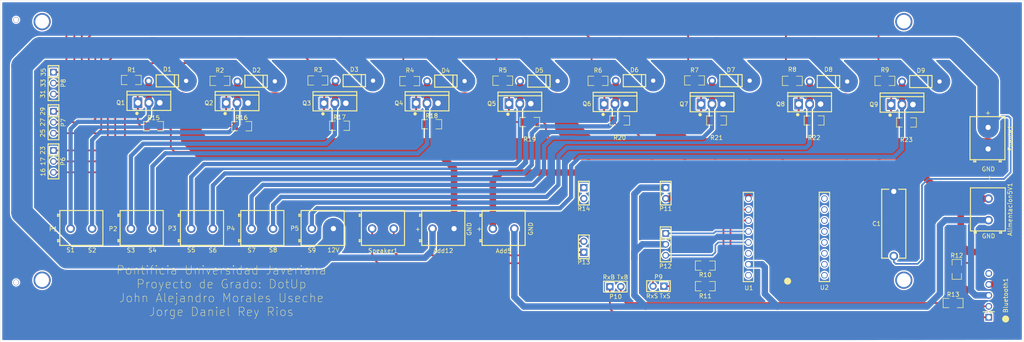
<source format=kicad_pcb>
(kicad_pcb (version 20241229) (generator "pcbnew") (generator_version "9.0")
  (layers (0 "F.Cu" signal) (2 "B.Cu" signal) (13 "F.Paste" user) (15 "B.Paste" user) (5 "F.SilkS" user "F.Silkscreen") (7 "B.SilkS" user "B.Silkscreen") (1 "F.Mask" user) (3 "B.Mask" user) (25 "Edge.Cuts" user))
  (net 0 "")
  (net 1 "GND")
  (net 2 "Net-(Bluetooth1-Vcc)")
  (net 3 "+12V")
  (net 4 "Net-(Bluetooth1-Tx)")
  (net 5 "Net-(Bluetooth1-Rx)")
  (net 7 "Net-(Q1-D)")
  (net 8 "Net-(Bluetooth1-GND)")
  (net 9 "Net-(U1-Tx)")
  (net 10 "Net-(Q1-G)")
  (net 11 "Net-(Q2-G)")
  (net 12 "Net-(Q3-G)")
  (net 13 "Net-(Q4-G)")
  (net 14 "Net-(Q5-G)")
  (net 15 "Net-(Q6-G)")
  (net 16 "Net-(Q7-G)")
  (net 17 "Net-(Q8-G)")
  (net 18 "Net-(Q9-G)")
  (net 19 "Net-(U1-Rx)")
  (net 20 "Net-(P9-Pad1)")
  (net 21 "Net-(P6-Pad2)")
  (net 22 "Net-(P6-Pad1)")
  (net 23 "Net-(P6-Pad3)")
  (net 24 "Net-(P7-Pad1)")
  (net 25 "Net-(P7-Pad2)")
  (net 26 "Net-(P7-Pad3)")
  (net 27 "Net-(P8-Pad2)")
  (net 28 "Net-(P8-Pad1)")
  (net 29 "Net-(P8-Pad3)")
  (net 30 "Net-(P9-Pad2)")
  (net 31 "Net-(P10-Pad2)")
  (net 32 "Net-(D2-A)")
  (net 33 "Net-(D3-A)")
  (net 34 "Net-(D4-A)")
  (net 35 "Net-(D5-A)")
  (net 36 "Net-(D6-A)")
  (net 37 "Net-(D7-A)")
  (net 38 "Net-(D8-A)")
  (net 39 "Net-(D9-A)")
  (net 40 "Net-(P12-L)")
  (net 41 "Net-(P12-R)")
  (net 46 "Net-(P13-+)")
  (net 47 "Net-(P13--)")
  (footprint "easyeda2kicad:TO-220-3_L10.0-W4.5-P2.54-T" (layer "F.Cu") (at 61.9544 54.61 90)
    (property "Reference" "Q1")
    (property "Value" "IRLZ44NPBF" (hide yes))
  )
  (footprint "easyeda2kicad:TO-220-3_L10.0-W4.5-P2.54-T" (layer "F.Cu") (at 236.7572 55.0164 90)
    (property "Reference" "Q9")
    (property "Value" "IRLZ44NPBF" (hide yes))
  )
  (footprint "easyeda2kicad:TO-220-3_L10.0-W4.5-P2.54-T" (layer "F.Cu") (at 148.0604 54.8132 90)
    (property "Reference" "Q5")
    (property "Value" "IRLZ44NPBF" (hide yes))
  )
  (footprint "easyeda2kicad:CONN-TH_2P-P5.00_CPC3703CTR" (layer "F.Cu") (at 256.747 62.8288 90)
    (property "Reference" "Fuente1")
    (property "Value" "WJ127-5.0-2P" (hide yes))
  )
  (footprint "easyeda2kicad:HDR-TH_2P-P2.54-V-F" (layer "F.Cu") (at 180.2384 97.1804 180)
    (property "Reference" "P9")
    (property "Value" "Header-Female-2.54_1x2" (hide yes))
  )
  (footprint "easyeda2kicad:CONN-TH_2P-P5.00_CPC3703CTR" (layer "F.Cu") (at 88.2896 83.8202)
    (property "Reference" "P4")
    (property "Value" "WJ127-5.0-2P" (hide yes))
  )
  (footprint "easyeda2kicad:R1206" (layer "F.Cu") (at 171.24 58.7248 180)
    (property "Reference" "R20")
    (property "Value" "10k")
  )
  (footprint "easyeda2kicad:HDR-TH_3P-P2.54-V-F" (layer "F.Cu") (at 39.8176 59.1304 -90)
    (property "Reference" "P7")
    (property "Value" "Header-Female-2.54_1x3" (hide yes))
  )
  (footprint "easyeda2kicad:CONN-TH_2P-P5.00_CPC3703CTR" (layer "F.Cu") (at 74.2892 83.8198)
    (property "Reference" "P3")
    (property "Value" "WJ127-5.0-2P" (hide yes))
  )
  (footprint "easyeda2kicad:R1206" (layer "F.Cu") (at 78.4576 49.53)
    (property "Reference" "R2")
    (property "Value" "1206W4F2200T5E" (hide yes))
  )
  (footprint "easyeda2kicad:HDR-TH_2P-P2.54-V-F" (layer "F.Cu") (at 170.2308 97.282)
    (property "Reference" "P10")
    (property "Value" "Header-Female-2.54_1x2" (hide yes))
  )
  (footprint "easyeda2kicad:CONN-TH_HC-PM254-1X08-8.5HZ" (layer "F.Cu") (at 201.1172 85.7504 -90)
    (property "Reference" "U1")
    (property "Value" "HC-PM254-5.0H-1X8PZ" (hide yes))
  )
  (footprint "easyeda2kicad:R1206" (layer "F.Cu") (at 127.6164 59.5884 180)
    (property "Reference" "R18")
    (property "Value" "10k" (hide yes))
  )
  (footprint "easyeda2kicad:DO-41_BD2.4-L4.7-P8.70-D0.9-RD" (layer "F.Cu") (at 197.0504 49.4792 180)
    (property "Reference" "D7")
    (property "Value" "1N4001_C2456" (hide yes))
  )
  (footprint "easyeda2kicad:CONN-TH_2P-P5.00_CPC3703CTR" (layer "F.Cu") (at 256.8448 79.3604 90)
    (property "Reference" "Alimentacion5V1")
    (property "Value" "WJ127-5.0-2P" (hide yes))
  )
  (footprint "easyeda2kicad:CONN-TH_2P-P5.00_CPC3703CTR" (layer "F.Cu") (at 46.2892 83.8198)
    (property "Reference" "P1")
    (property "Value" "WJ127-5.0-2P" (hide yes))
  )
  (footprint "easyeda2kicad:CAP-TH_L16.0-W5.5-P15.00-D1.2" (layer "F.Cu") (at 234.8484 82.684 90)
    (property "Reference" "C1")
    (property "Value" "1000 uF" (hide yes))
  )
  (footprint "easyeda2kicad:R1206" (layer "F.Cu") (at 211.2996 49.53)
    (property "Reference" "R8")
    (property "Value" "1206W4F2200T5E" (hide yes))
  )
  (footprint "easyeda2kicad:CONN-TH_2P-P5.00_CPC3703CTR" (layer "F.Cu") (at 60.2888 83.82)
    (property "Reference" "P2")
    (property "Value" "WJ127-5.0-2P" (hide yes))
  )
  (footprint "easyeda2kicad:TO-220-3_L10.0-W4.5-P2.54-T" (layer "F.Cu") (at 192.6628 54.9148 90)
    (property "Reference" "Q7")
    (property "Value" "IRLZ44NPBF" (hide yes))
  )
  (footprint "easyeda2kicad:CONN-TH_2P-P5.00_CPC3703CTR" (layer "F.Cu") (at 144.2906 83.8196)
    (property "Reference" "Add5")
    (property "Value" "WJ127-5.0-2P" (hide yes))
  )
  (footprint "easyeda2kicad:R1206" (layer "F.Cu") (at 106.216 59.944 180)
    (property "Reference" "R17")
    (property "Value" "10k")
  )
  (footprint "easyeda2kicad:R1206" (layer "F.Cu") (at 101.1788 49.4284)
    (property "Reference" "R3")
    (property "Value" "1206W4F2200T5E" (hide yes))
  )
  (footprint "easyeda2kicad:R1206" (layer "F.Cu") (at 191.1028 92.4052)
    (property "Reference" "R10")
    (property "Value" "1206W4J0102T5E" (hide yes))
  )
  (footprint "easyeda2kicad:R1206" (layer "F.Cu") (at 150.3612 59.0804 180)
    (property "Reference" "R19")
    (property "Value" "10k")
  )
  (footprint "easyeda2kicad:CONN-TH_HC-PM254-1X08-8.5HZ" (layer "F.Cu") (at 218.7574 85.7502 90)
    (property "Reference" "U2")
    (property "Value" "HC-PM254-5.0H-1X8PZ" (hide yes))
  )
  (footprint "easyeda2kicad:R1206" (layer "F.Cu") (at 232.788 49.53)
    (property "Reference" "R9")
    (property "Value" "1206W4F2200T5E" (hide yes))
  )
  (footprint "easyeda2kicad:HDR-TH_2P-P2.54-V-F" (layer "F.Cu") (at 162.916 75.5766 -90)
    (property "Reference" "R14")
    (property "Value" "Header-Female-2.54_1x2" (hide yes))
  )
  (footprint "easyeda2kicad:R1206" (layer "F.Cu") (at 237.788 59.182 180)
    (property "Reference" "R23")
    (property "Value" "10k")
  )
  (footprint "easyeda2kicad:DO-41_BD2.4-L4.7-P8.70-D0.9-RD" (layer "F.Cu") (at 241.126 49.6824 180)
    (property "Reference" "D9")
    (property "Value" "1N4001_C2456" (hide yes))
  )
  (footprint "easyeda2kicad:HDR-TH_3P-P2.54-V-F" (layer "F.Cu") (at 181.9154 87.467 -90)
    (property "Reference" "P12")
    (property "Value" "Header-Female-2.54_1x3" (hide yes))
  )
  (footprint "easyeda2kicad:HDR-TH_2P-P2.54-V-F" (layer "F.Cu") (at 162.9156 88.0364 90)
    (property "Reference" "P13")
    (property "Value" "Header-Female-2.54_1x2" (hide yes))
  )
  (footprint "easyeda2kicad:HDR-TH_3P-P2.54-V-F" (layer "F.Cu") (at 39.8174 68.2106 -90)
    (property "Reference" "P6")
    (property "Value" "Header-Female-2.54_1x3" (hide yes))
  )
  (footprint "easyeda2kicad:DO-41_BD2.4-L4.7-P8.70-D0.9-RD" (layer "F.Cu") (at 130.89 49.5808 180)
    (property "Reference" "D4")
    (property "Value" "1N4001_C2456" (hide yes))
  )
  (footprint "easyeda2kicad:CONN-TH_2P-P5.00_CPC3703CTR" (layer "F.Cu") (at 130.2904 83.8192)
    (property "Reference" "Add12")
    (property "Value" "WJ127-5.0-2P" (hide yes))
  )
  (footprint "easyeda2kicad:R1206" (layer "F.Cu") (at 191.1028 97.1804)
    (property "Reference" "R11")
    (property "Value" "1206W4J0102T5E" (hide yes))
  )
  (footprint "easyeda2kicad:HDR-TH_2P-P2.54-V-F" (layer "F.Cu") (at 181.9158 75.5766 -90)
    (property "Reference" "P11")
    (property "Value" "Header-Female-2.54_1x2" (hide yes))
  )
  (footprint "easyeda2kicad:R1206" (layer "F.Cu") (at 249.472 93.2688 90)
    (property "Reference" "R12")
    (property "Value" "1206W4J0102T5E" (hide yes))
  )
  (footprint "easyeda2kicad:TO-220-3_L10.0-W4.5-P2.54-T" (layer "F.Cu") (at 126.5212 54.7116 90)
    (property "Reference" "Q4")
    (property "Value" "IRLZ44NPBF" (hide yes))
  )
  (footprint "easyeda2kicad:DO-41_BD2.4-L4.7-P8.70-D0.9-RD" (layer "F.Cu") (at 86.8464 49.6316 180)
    (property "Reference" "D2" (hide yes))
    (property "Value" "1N4001_C2456" (hide yes))
  )
  (footprint "easyeda2kicad:R1206" (layer "F.Cu") (at 144.0912 49.4792)
    (property "Reference" "R5")
    (property "Value" "1206W4F2200T5E" (hide yes))
  )
  (footprint "easyeda2kicad:DO-41_BD2.4-L4.7-P8.70-D0.9-RD" (layer "F.Cu") (at 174.6608 49.4792 180)
    (property "Reference" "D6")
    (property "Value" "1N4001_C2456" (hide yes))
  )
  (footprint "easyeda2kicad:R1206" (layer "F.Cu") (at 193.7072 58.7248 180)
    (property "Reference" "R21")
    (property "Value" "10k")
  )
  (footprint "easyeda2kicad:TO-220-3_L10.0-W4.5-P2.54-T" (layer "F.Cu") (at 215.3196 54.9148 90)
    (property "Reference" "Q8")
    (property "Value" "IRLZ44NPBF" (hide yes))
  )
  (footprint "easyeda2kicad:TO-220-3_L10.0-W4.5-P2.54-T" (layer "F.Cu") (at 105.1344 54.7116 90)
    (property "Reference" "Q3")
    (property "Value" "IRLZ44NPBF" (hide yes))
  )
  (footprint "easyeda2kicad:R1206" (layer "F.Cu") (at 248.622 101.092 180)
    (property "Reference" "R13")
    (property "Value" "RTT066800FTP" (hide yes))
  )
  (footprint "easyeda2kicad:HDR-TH_5P-P2.54-V-F-B" (layer "F.Cu") (at 256.8956 99.314 90)
    (property "Reference" "Bluetooth1")
    (property "Value" "Female header　2.54 1*5Ｐ" (hide yes))
  )
  (footprint "easyeda2kicad:DO-41_BD2.4-L4.7-P8.70-D0.9-RD" (layer "F.Cu") (at 219.6884 49.6824 180)
    (property "Reference" "D8")
    (property "Value" "1N4001_C2456" (hide yes))
  )
  (footprint "easyeda2kicad:R1206" (layer "F.Cu") (at 216.364 58.7248 180)
    (property "Reference" "R22")
    (property "Value" "10k")
  )
  (footprint "easyeda2kicad:R1206" (layer "F.Cu") (at 122.5012 49.5808)
    (property "Reference" "R4")
    (property "Value" "1206W4F2200T5E" (hide yes))
  )
  (footprint "easyeda2kicad:CONN-TH_2P-P5.00_CPC3703CTR" (layer "F.Cu") (at 102.2898 83.8198)
    (property "Reference" "P5")
    (property "Value" "WJ127-5.0-2P" (hide yes))
  )
  (footprint "easyeda2kicad:R1206" (layer "F.Cu") (at 57.8836 49.3268)
    (property "Reference" "R1")
    (property "Value" "1206W4F2200T5E" (hide yes))
  )
  (footprint "easyeda2kicad:TO-220-3_L10.0-W4.5-P2.54-T" (layer "F.Cu") (at 170.1584 54.864 90)
    (property "Reference" "Q6")
    (property "Value" "IRLZ44NPBF" (hide yes))
  )
  (footprint "easyeda2kicad:DO-41_BD2.4-L4.7-P8.70-D0.9-RD" (layer "F.Cu") (at 152.48 49.5808 180)
    (property "Reference" "D5")
    (property "Value" "1N4001_C2456" (hide yes))
  )
  (footprint "easyeda2kicad:DO-41_BD2.4-L4.7-P8.70-D0.9-RD" (layer "F.Cu") (at 109.6368 49.4792 180)
    (property "Reference" "D3")
    (property "Value" "1N4001_C2456" (hide yes))
  )
  (footprint "easyeda2kicad:R1206" (layer "F.Cu") (at 83.5084 60.0456 180)
    (property "Reference" "R16")
    (property "Value" "10k" (hide yes))
  )
  (footprint "easyeda2kicad:DO-41_BD2.4-L4.7-P8.70-D0.9-RD" (layer "F.Cu") (at 66.2536 49.53 180)
    (property "Reference" "D1")
    (property "Value" "1N4001_C2456" (hide yes))
  )
  (footprint "easyeda2kicad:R1206" (layer "F.Cu") (at 166.2028 49.53)
    (property "Reference" "R6")
    (property "Value" "1206W4F2200T5E" (hide yes))
  )
  (footprint "easyeda2kicad:CONN-TH_2P-P5.00_CPC3703CTR" (layer "F.Cu") (at 116.29 83.8194)
    (property "Reference" "Speaker1")
    (property "Value" "WJ127-5.0-2P" (hide yes))
  )
  (footprint "easyeda2kicad:R1206" (layer "F.Cu") (at 188.6056 49.4284)
    (property "Reference" "R7")
    (property "Value" "1206W4F2200T5E" (hide yes))
  )
  (footprint "easyeda2kicad:R1206" (layer "F.Cu") (at 63.036 60.0456 180)
    (property "Reference" "R15")
    (property "Value" "10k" (hide yes))
  )
  (footprint "easyeda2kicad:TO-220-3_L10.0-W4.5-P2.54-T" (layer "F.Cu") (at 82.4268 54.6608 90)
    (property "Reference" "Q2")
    (property "Value" "IRLZ44NPBF" (hide yes))
  )
  (footprint "easyeda2kicad:HDR-TH_3P-P2.54-V-F" (layer "F.Cu") (at 39.8174 50.0504 -90)
    (property "Reference" "P8")
    (property "Value" "Header-Female-2.54_1x3" (hide yes))
  )
  (gr_circle (center 260.8072 104.8004) (end 261.0612 104.0824) (stroke (width 0.1)) (fill yes) (layer "F.SilkS"))
  (gr_circle (center 210.2104 96.012) (end 210.4644 95.294) (stroke (width 0.1)) (fill yes) (layer "F.SilkS"))
  (gr_rect (start 27.432 30.7848) (end 265.0744 110.1852) (stroke (width 0.05)) (fill no) (layer "Edge.Cuts"))
  (gr_text "S5\n" (at 71.7892 88.7984 0) (layer "F.SilkS") (effects (font (size 1 1))))
  (gr_text "23\n" (at 37.338 65.6706 90) (layer "F.SilkS") (effects (font (size 1 1))))
  (gr_text "S2\n" (at 48.7892 88.8492 0) (layer "F.SilkS") (effects (font (size 1 1))))
  (gr_text "12V\n" (at 104.7898 88.7984 0) (layer "F.SilkS") (effects (font (size 1 1))))
  (gr_text "29\n" (at 37.338 56.5904 90) (layer "F.SilkS") (effects (font (size 1 1))))
  (gr_text "S8\n" (at 90.7896 88.7984 0) (layer "F.SilkS") (effects (font (size 1 1))))
  (gr_text "GND\n" (at 136.315 83.9214 90) (layer "F.SilkS") (effects (font (size 1 1))))
  (gr_text "25" (at 37.338 61.6704 90) (layer "F.SilkS") (effects (font (size 1 1))))
  (gr_text "TxB" (at 171.9072 95.0976 0) (layer "F.SilkS") (effects (font (size 1 1))))
  (gr_text "S6\n" (at 76.7892 88.8492 0) (layer "F.SilkS") (effects (font (size 1 1))))
  (gr_text "35\n" (at 37.4904 47.5104 90) (layer "F.SilkS") (effects (font (size 1 1))))
  (gr_text "S1" (at 43.7892 88.7984 0) (layer "F.SilkS") (effects (font (size 1 1))))
  (gr_text "+" (at 124.377 84.0738 180) (layer "F.SilkS") (effects (font (size 1 1))))
  (gr_text "S9\n" (at 99.7898 88.8492 0) (layer "F.SilkS") (effects (font (size 1 1))))
  (gr_text "+" (at 138.6518 84.023 180) (layer "F.SilkS") (effects (font (size 1 1))))
  (gr_text "31\n" (at 37.3342 52.5904 90) (layer "F.SilkS") (effects (font (size 1 1))))
  (gr_text "GND\n" (at 256.7978 70.0024 0) (layer "F.SilkS") (effects (font (size 1 1))))
  (gr_text "S4\n" (at 62.7888 88.8492 0) (layer "F.SilkS") (effects (font (size 1 1))))
  (gr_text "RxS\n" (at 178.7652 99.4664 0) (layer "F.SilkS") (effects (font (size 1 1))))
  (gr_text "27\n" (at 37.338 59.1304 90) (layer "F.SilkS") (effects (font (size 1 1))))
  (gr_text "16\n" (at 37.3888 70.7506 90) (layer "F.SilkS") (effects (font (size 1 1))))
  (gr_text "GND\n" (at 256.8448 85.5472 0) (layer "F.SilkS") (effects (font (size 1 1))))
  (gr_text "RxB\n" (at 168.7068 95.0976 0) (layer "F.SilkS") (effects (font (size 1 1))))
  (gr_text "33\n" (at 37.4396 50.0504 90) (layer "F.SilkS") (effects (font (size 1 1))))
  (gr_text "Pontificia Universidad Javeriana\nProyecto de Grado: DotUp\nJohn Alejandro Morales Useche\nJorge Daniel Rey Rios" (at 78.7908 104.2924 0) (layer "F.SilkS") (effects (font (size 2 2) (thickness 0.1)) (justify bottom)))
  (gr_text "GND\n" (at 150.5898 83.8706 90) (layer "F.SilkS") (effects (font (size 1 1))))
  (gr_text "17\n" (at 37.3888 68.2106 90) (layer "F.SilkS") (effects (font (size 1 1))))
  (gr_text "+" (at 256.6454 56.9976 90) (layer "F.SilkS") (effects (font (size 1 1))))
  (gr_text "S3\n" (at 57.7888 88.8492 0) (layer "F.SilkS") (effects (font (size 1 1))))
  (gr_text "D2" (at 86.948 47.0408 0) (layer "F.SilkS") (effects (font (size 1 1))))
  (gr_text "TxS" (at 181.7624 99.4664 0) (layer "F.SilkS") (effects (font (size 1 1))))
  (gr_text "+" (at 257.001 71.9836 90) (layer "F.SilkS") (effects (font (size 1 1))))
  (gr_text "S7\n" (at 85.7896 88.8492 0) (layer "F.SilkS") (effects (font (size 1 1))))
  (via (at 31.1408 96.3168) (size 1.3) (drill 1.152) (layers "F.Cu" "B.Cu") (net 0))
  (via (at 237.1858 35.785) (size 4) (drill 3.2) (layers "F.Cu" "B.Cu") (net 0))
  (via (at 37.1856 35.7846) (size 4) (drill 3.2) (layers "F.Cu" "B.Cu") (net 0))
  (via (at 37.1853 95.7846) (size 4) (drill 3.2) (layers "F.Cu" "B.Cu") (net 0))
  (via (at 31.1404 35.3568) (size 1.3) (drill 1.152) (layers "F.Cu" "B.Cu") (net 0))
  (via (at 237.1853 95.7846) (size 4) (drill 3.2) (layers "F.Cu" "B.Cu") (net 0))
  (segment (start 223.5746 54.9148) (end 219.1206 54.9148) (width 5) (layer "F.Cu") (net 1))
  (segment (start 135.2842 54.7116) (end 130.3222 54.7116) (width 5) (layer "F.Cu") (net 1))
  (segment (start 243.9454 55.0164) (end 240.5582 55.0164) (width 5) (layer "F.Cu") (net 1))
  (segment (start 241.7572 61.9252) (end 245.1608 65.3288) (width 0.4) (layer "F.Cu") (net 1))
  (segment (start 174.5996 58.7248) (end 175.26 59.3852) (width 0.4) (layer "F.Cu") (net 1))
  (segment (start 195.1872 58.7248) (end 197.1548 58.7248) (width 0.4) (layer "F.Cu") (net 1))
  (segment (start 94.7966 57.0992) (end 92.409 54.7116) (width 5) (layer "F.Cu") (net 1))
  (segment (start 226.2162 60.0964) (end 226.1654 60.0964) (width 5) (layer "F.Cu") (net 1))
  (segment (start 198.12 59.69) (end 198.12 62.0268) (width 0.4) (layer "F.Cu") (net 1))
  (segment (start 203.4578 59.7408) (end 203.4578 57.404) (width 5) (layer "F.Cu") (net 1))
  (segment (start 99.521 65.278) (end 94.7966 60.5536) (width 5) (layer "F.Cu") (net 1))
  (segment (start 251.2606 65.3288) (end 246.2314 60.2996) (width 5) (layer "F.Cu") (net 1))
  (segment (start 154.1272 61.9252) (end 157.5308 65.3288) (width 0.4) (layer "F.Cu") (net 1))
  (segment (start 240.792 59.182) (end 241.7572 60.1472) (width 0.4) (layer "F.Cu") (net 1))
  (segment (start 84.9884 60.0456) (end 87.2236 60.0456) (width 0.4) (layer "F.Cu") (net 1))
  (segment (start 121.0602 65.3288) (end 115.9294 60.198) (width 5) (layer "F.Cu") (net 1))
  (segment (start 87.2236 60.0456) (end 87.6808 60.5028) (width 0.4) (layer "F.Cu") (net 1))
  (segment (start 90.6272 65.3288) (end 91.0336 65.3288) (width 0.4) (layer "F.Cu") (net 1))
  (segment (start 220.472 61.9252) (end 223.8756 65.3288) (width 0.4) (layer "F.Cu") (net 1))
  (segment (start 129.0964 59.5884) (end 131.1656 59.5884) (width 0.4) (layer "F.Cu") (net 1))
  (segment (start 109.8804 59.944) (end 110.3376 60.4012) (width 0.4) (layer "F.Cu") (net 1))
  (segment (start 156.2646 54.8132) (end 151.8614 54.8132) (width 5) (layer "F.Cu") (net 1))
  (segment (start 251.3622 65.3288) (end 251.2606 65.3288) (width 5) (layer "F.Cu") (net 1))
  (segment (start 71.7334 57.0484) (end 69.295 54.61) (width 5) (layer "F.Cu") (net 1))
  (segment (start 251.3622 65.3288) (end 256.747 65.3288) (width 5) (layer "F.Cu") (net 1))
  (segment (start 67.056 65.1256) (end 67.9196 65.9892) (width 0.4) (layer "F.Cu") (net 1))
  (segment (start 181.7662 60.7568) (end 181.7662 57.4548) (width 5) (layer "F.Cu") (net 1))
  (segment (start 203.4578 57.404) (end 200.9686 54.9148) (width 5) (layer "F.Cu") (net 1))
  (segment (start 137.7734 57.2008) (end 135.2842 54.7116) (width 5) (layer "F.Cu") (net 1))
  (segment (start 172.72 58.7248) (end 174.5996 58.7248) (width 0.4) (layer "F.Cu") (net 1))
  (segment (start 173.9594 55.0164) (end 173.9594 54.864) (width 5) (layer "F.Cu") (net 1))
  (segment (start 99.4702 65.3288) (end 99.521 65.278) (width 5) (layer "F.Cu") (net 1))
  (segment (start 107.696 59.944) (end 109.8804 59.944) (width 0.4) (layer "F.Cu") (net 1))
  (segment (start 67.056 60.8076) (end 67.056 65.1256) (width 0.4) (layer "F.Cu") (net 1))
  (segment (start 193.3232 65.3288) (end 186.3382 65.3288) (width 5) (layer "F.Cu") (net 1))
  (segment (start 92.409 54.7116) (end 86.2278 54.7116) (width 5) (layer "F.Cu") (net 1))
  (segment (start 179.3278 55.0164) (end 173.9594 55.0164) (width 5) (layer "F.Cu") (net 1))
  (segment (start 131.1656 59.5884) (end 131.8768 60.2996) (width 0.4) (layer "F.Cu") (net 1))
  (segment (start 241.7572 60.1472) (end 241.7572 61.9252) (width 0.4) (layer "F.Cu") (net 1))
  (segment (start 186.3382 65.3288) (end 181.7662 60.7568) (width 5) (layer "F.Cu") (net 1))
  (segment (start 87.6808 60.5028) (end 87.6808 62.3824) (width 0.4) (layer "F.Cu") (net 1))
  (segment (start 137.875 60.6044) (end 137.7734 60.6044) (width 5) (layer "F.Cu") (net 1))
  (segment (start 99.5718 65.3288) (end 99.521 65.278) (width 5) (layer "F.Cu") (net 1))
  (segment (start 113.1862 54.7116) (end 108.9354 54.7116) (width 5) (layer "F.Cu") (net 1))
  (segment (start 64.516 60.0456) (end 66.294 60.0456) (width 0.4) (layer "F.Cu") (net 1))
  (segment (start 67.9196 65.9892) (end 73.9686 65.9892) (width 0.4) (layer "F.Cu") (net 1))
  (segment (start 154.1272 59.7408) (end 154.1272 61.9252) (width 0.4) (layer "F.Cu") (net 1))
  (segment (start 131.8768 62.4332) (end 134.7724 65.3288) (width 0.4) (layer "F.Cu") (net 1))
  (segment (start 193.5264 65.3288) (end 201.422 65.3288) (width 5) (layer "F.Cu") (net 1))
  (segment (start 217.844 58.7248) (end 219.6084 58.7248) (width 0.4) (layer "F.Cu") (net 1))
  (segment (start 164.037 65.3288) (end 158.703 59.9948) (width 5) (layer "F.Cu") (net 1))
  (segment (start 131.8768 60.2996) (end 131.8768 62.4332) (width 0.4) (layer "F.Cu") (net 1))
  (segment (start 164.037 65.3288) (end 158.0388 65.3288) (width 5) (layer "F.Cu") (net 1))
  (segment (start 142.5994 65.3288) (end 135.2296 65.3288) (width 5) (layer "F.Cu") (net 1))
  (segment (start 71.7334 62.4332) (end 74.629 65.3288) (width 5) (layer "F.Cu") (net 1))
  (segment (start 186.3382 65.3288) (end 178.816 65.3288) (width 5) (layer "F.Cu") (net 1))
  (segment (start 66.294 60.0456) (end 67.056 60.8076) (width 0.4) (layer "F.Cu") (net 1))
  (segment (start 73.9686 65.9892) (end 74.629 65.3288) (width 0.4) (layer "F.Cu") (net 1))
  (segment (start 132.7904 83.8192) (end 132.7904 69.9) (width 1.5) (layer "F.Cu") (net 1))
  (segment (start 158.703 59.9948) (end 158.703 57.2516) (width 5) (layer "F.Cu") (net 1))
  (segment (start 71.7334 62.4332) (end 69.3458 60.0456) (width 0.4) (layer "F.Cu") (net 1))
  (segment (start 86.2278 54.7116) (end 86.2278 54.6608) (width 5) (layer "F.Cu") (net 1))
  (segment (start 142.5994 65.3288) (end 137.875 60.6044) (width 5) (layer "F.Cu") (net 1))
  (segment (start 153.4668 59.0804) (end 154.1272 59.7408) (width 0.4) (layer "F.Cu") (net 1))
  (segment (start 175.26 61.7728) (end 178.816 65.3288) (width 0.4) (layer "F.Cu") (net 1))
  (segment (start 115.9294 57.4548) (end 113.1862 54.7116) (width 5) (layer "F.Cu") (net 1))
  (segment (start 231.4486 65.3288) (end 226.2162 60.0964) (width 5) (layer "F.Cu") (net 1))
  (segment (start 151.8412 59.0804) (end 153.4668 59.0804) (width 0.4) (layer "F.Cu") (net 1))
  (segment (start 115.9294 60.198) (end 115.9294 57.4548) (width 5) (layer "F.Cu") (net 1))
  (segment (start 110.3376 60.4012) (end 110.3376 61.8236) (width 0.4) (layer "F.Cu") (net 1))
  (segment (start 111.5568 63.0428) (end 111.5568 65.3288) (width 0.4) (layer "F.Cu") (net 1))
  (segment (start 158.0388 65.3288) (end 142.5994 65.3288) (width 5) (layer "F.Cu") (net 1))
  (segment (start 201.422 65.3288) (end 209.0458 65.3288) (width 5) (layer "F.Cu") (net 1))
  (segment (start 200.9686 54.9148) (end 196.4638 54.9148) (width 5) (layer "F.Cu") (net 1))
  (segment (start 128.2192 65.3288) (end 120.1458 65.3288) (width 5) (layer "F.Cu") (net 1))
  (segment (start 209.0458 65.3288) (end 223.8756 65.3288) (width 5) (layer "F.Cu") (net 1))
  (segment (start 111.5568 65.3288) (end 99.5718 65.3288) (width 5) (layer "F.Cu") (net 1))
  (segment (start 71.7334 62.4332) (end 71.7334 57.0484) (width 5) (layer "F.Cu") (net 1))
  (segment (start 226.1654 57.5056) (end 223.5746 54.9148) (width 5) (layer "F.Cu") (net 1))
  (segment (start 91.0336 65.3288) (end 99.4702 65.3288) (width 5) (layer "F.Cu") (net 1))
  (segment (start 231.4486 65.3288) (end 245.1608 65.3288) (width 5) (layer "F.Cu") (net 1))
  (segment (start 135.2296 65.3288) (end 128.2192 65.3288) (width 5) (layer "F.Cu") (net 1))
  (segment (start 158.703 57.2516) (end 156.2646 54.8132) (width 5) (layer "F.Cu") (net 1))
  (segment (start 87.6808 62.3824) (end 90.6272 65.3288) (width 0.4) (layer "F.Cu") (net 1))
  (segment (start 132.7904 69.9) (end 128.2192 65.3288) (width 1.5) (layer "F.Cu") (net 1))
  (segment (start 226.1654 60.0964) (end 226.1654 57.5056) (width 5) (layer "F.Cu") (net 1))
  (segment (start 74.629 65.3288) (end 91.0336 65.3288) (width 5) (layer "F.Cu") (net 1))
  (segment (start 178.816 65.3288) (end 164.037 65.3288) (width 5) (layer "F.Cu") (net 1))
  (segment (start 246.2314 60.2996) (end 246.2314 57.3024) (width 5) (layer "F.Cu") (net 1))
  (segment (start 134.7724 65.3288) (end 135.2296 65.3288) (width 0.4) (layer "F.Cu") (net 1))
  (segment (start 198.12 62.0268) (end 201.422 65.3288) (width 0.4) (layer "F.Cu") (net 1))
  (segment (start 197.1548 58.7248) (end 198.12 59.69) (width 0.4) (layer "F.Cu") (net 1))
  (segment (start 120.1458 65.3288) (end 111.5568 65.3288) (width 5) (layer "F.Cu") (net 1))
  (segment (start 223.8756 65.3288) (end 231.4486 65.3288) (width 5) (layer "F.Cu") (net 1))
  (segment (start 209.0458 65.3288) (end 203.4578 59.7408) (width 5) (layer "F.Cu") (net 1))
  (segment (start 181.7662 57.4548) (end 179.3278 55.0164) (width 5) (layer "F.Cu") (net 1))
  (segment (start 195.2028 54.9148) (end 195.152 54.9656) (width 1.5) (layer "F.Cu") (net 1))
  (segment (start 69.295 54.61) (end 65.8798 54.61) (width 5) (layer "F.Cu") (net 1))
  (segment (start 245.1608 65.3288) (end 251.3622 65.3288) (width 5) (layer "F.Cu") (net 1))
  (segment (start 220.472 59.5884) (end 220.472 61.9252) (width 0.4) (layer "F.Cu") (net 1))
  (segment (start 239.268 59.182) (end 240.792 59.182) (width 0.4) (layer "F.Cu") (net 1))
  (segment (start 246.2314 57.3024) (end 243.9454 55.0164) (width 5) (layer "F.Cu") (net 1))
  (segment (start 94.7966 60.5536) (end 94.7966 57.0992) (width 5) (layer "F.Cu") (net 1))
  (segment (start 137.7734 60.6044) (end 137.7734 57.2008) (width 5) (layer "F.Cu") (net 1))
  (segment (start 175.26 59.3852) (end 175.26 61.7728) (width 0.4) (layer "F.Cu") (net 1))
  (segment (start 219.6084 58.7248) (end 220.472 59.5884) (width 0.4) (layer "F.Cu") (net 1))
  (segment (start 110.3376 61.8236) (end 111.5568 63.0428) (width 0.4) (layer "F.Cu") (net 1))
  (segment (start 157.5308 65.3288) (end 158.0388 65.3288) (width 0.4) (layer "F.Cu") (net 1))
  (segment (start 256.747 68.4746) (end 256.747 65.3288) (width 0.4) (layer "B.Cu") (net 1))
  (segment (start 234.8484 70.8152) (end 236.0676 69.596) (width 0.4) (layer "B.Cu") (net 1))
  (segment (start 236.0676 69.596) (end 255.6256 69.596) (width 0.4) (layer "B.Cu") (net 1))
  (segment (start 234.8484 75.184) (end 234.8484 70.8152) (width 0.4) (layer "B.Cu") (net 1))
  (segment (start 255.6256 69.596) (end 256.747 68.4746) (width 0.4) (layer "B.Cu") (net 1))
  (segment (start 258.318 89.2556) (end 252.222 89.2556) (width 1.5) (layer "F.Cu") (net 2))
  (segment (start 186.0804 72.644) (end 186.0804 75.4888) (width 1.5) (layer "F.Cu") (net 2))
  (segment (start 187.8076 70.8152) (end 187.8584 70.866) (width 1.5) (layer "F.Cu") (net 2))
  (segment (start 252.222 89.2556) (end 250.3932 87.4268) (width 1.5) (layer "F.Cu") (net 2))
  (segment (start 259.5372 96.3168) (end 259.5372 90.4748) (width 1.5) (layer "F.Cu") (net 2))
  (segment (start 252.222 76.8604) (end 256.8448 76.8604) (width 1.5) (layer "F.Cu") (net 2))
  (segment (start 250.3932 78.6892) (end 252.222 76.8604) (width 1.5) (layer "F.Cu") (net 2))
  (segment (start 250.3932 87.4268) (end 250.3932 78.6892) (width 1.5) (layer "F.Cu") (net 2))
  (segment (start 186.0804 75.4888) (end 184.7226 76.8466) (width 1.5) (layer "F.Cu") (net 2))
  (segment (start 141.7906 83.8196) (end 141.7906 72.6362) (width 1.5) (layer "F.Cu") (net 2))
  (segment (start 141.7906 72.6362) (end 143.6116 70.8152) (width 1.5) (layer "F.Cu") (net 2))
  (segment (start 244.1448 73.9648) (end 240.9952 70.8152) (width 1.5) (layer "F.Cu") (net 2))
  (segment (start 252.222 76.8604) (end 244.9068 76.8604) (width 1.5) (layer "F.Cu") (net 2))
  (segment (start 201.1172 72.7964) (end 201.1172 76.8604) (width 1.5) (layer "F.Cu") (net 2))
  (segment (start 203.0984 70.8152) (end 201.1172 72.7964) (width 1.5) (layer "F.Cu") (net 2))
  (segment (start 143.6116 70.8152) (end 187.8076 70.8152) (width 1.5) (layer "F.Cu") (net 2))
  (segment (start 244.1448 76.0984) (end 244.1448 73.9648) (width 1.5) (layer "F.Cu") (net 2))
  (segment (start 184.7226 76.8466) (end 181.9158 76.8466) (width 1.5) (layer "F.Cu") (net 2))
  (segment (start 259.5372 90.4748) (end 258.318 89.2556) (width 1.5) (layer "F.Cu") (net 2))
  (segment (start 259.08 96.774) (end 259.5372 96.3168) (width 1.5) (layer "F.Cu") (net 2))
  (segment (start 256.8956 96.774) (end 259.08 96.774) (width 1.5) (layer "F.Cu") (net 2))
  (segment (start 187.9092 70.8152) (end 186.0804 72.644) (width 1.5) (layer "F.Cu") (net 2))
  (segment (start 244.9068 76.8604) (end 244.1448 76.0984) (width 1.5) (layer "F.Cu") (net 2))
  (segment (start 240.9952 70.8152) (end 187.9092 70.8152) (width 1.5) (layer "F.Cu") (net 2))
  (segment (start 216.2152 41.8592) (end 224.0384 49.6824) (width 5) (layer "B.Cu") (net 3))
  (segment (start 260.4516 72.2884) (end 242.824 72.2884) (width 0.4) (layer "B.Cu") (net 3))
  (segment (start 127.5588 41.8592) (end 127.5588 41.8996) (width 5) (layer "B.Cu") (net 3))
  (segment (start 126.0348 90.5764) (end 101.4984 90.5764) (width 1.5) (layer "B.Cu") (net 3))
  (segment (start 127.5588 41.8996) (end 135.24 49.5808) (width 5) (layer "B.Cu") (net 3))
  (segment (start 261.9756 58.2676) (end 261.9756 70.7644) (width 0.4) (layer "B.Cu") (net 3))
  (segment (start 104.7898 87.285) (end 104.7898 83.8198) (width 5) (layer "B.Cu") (net 3))
  (segment (start 240.3856 91.9988) (end 235.3056 91.9988) (width 0.4) (layer "B.Cu") (net 3))
  (segment (start 32.512 46.0248) (end 32.512 80.1116) (width 5) (layer "B.Cu") (net 3))
  (segment (start 171.5008 41.8592) (end 171.5008 41.9692) (width 5) (layer "B.Cu") (net 3))
  (segment (start 256.747 60.3288) (end 257.3236 60.3288) (width 0.4) (layer "B.Cu") (net 3))
  (segment (start 237.744 41.9504) (end 245.476 49.6824) (width 5) (layer "B.Cu") (net 3))
  (segment (start 261.4676 57.7596) (end 261.9756 58.2676) (width 0.4) (layer "B.Cu") (net 3))
  (segment (start 193.802 41.8808) (end 201.4004 49.4792) (width 5) (layer "B.Cu") (net 3))
  (segment (start 235.3056 91.9988) (end 234.8484 91.5416) (width 0.4) (layer "B.Cu") (net 3))
  (segment (start 149.3012 42.052) (end 156.83 49.5808) (width 5) (layer "B.Cu") (net 3))
  (segment (start 127.7904 83.8192) (end 127.7904 88.8208) (width 1.5) (layer "B.Cu") (net 3))
  (segment (start 257.3236 60.3288) (end 259.8928 57.7596) (width 0.4) (layer "B.Cu") (net 3))
  (segment (start 237.744 41.8592) (end 237.744 41.9504) (width 5) (layer "B.Cu") (net 3))
  (segment (start 171.5008 41.9692) (end 179.0108 49.4792) (width 5) (layer "B.Cu") (net 3))
  (segment (start 241.4016 90.9828) (end 240.3856 91.9988) (width 0.4) (layer "B.Cu") (net 3))
  (segment (start 62.9328 41.8592) (end 248.92 41.8592) (width 5) (layer "B.Cu") (net 3))
  (segment (start 36.6776 41.8592) (end 32.512 46.0248) (width 5) (layer "B.Cu") (net 3))
  (segment (start 127.7904 88.8208) (end 126.0348 90.5764) (width 1.5) (layer "B.Cu") (net 3))
  (segment (start 241.4016 73.7108) (end 241.4016 90.9828) (width 0.4) (layer "B.Cu") (net 3))
  (segment (start 256.747 49.6862) (end 256.747 60.3288) (width 5) (layer "B.Cu") (net 3))
  (segment (start 42.9768 90.5764) (end 101.4984 90.5764) (width 5) (layer "B.Cu") (net 3))
  (segment (start 106.3244 41.8592) (end 106.3244 41.8996) (width 5) (layer "B.Cu") (net 3))
  (segment (start 62.9328 41.8592) (end 70.6036 49.53) (width 5) (layer "B.Cu") (net 3))
  (segment (start 106.3244 41.8996) (end 113.904 49.4792) (width 5) (layer "B.Cu") (net 3))
  (segment (start 149.3012 41.8592) (end 149.3012 42.052) (width 5) (layer "B.Cu") (net 3))
  (segment (start 261.9756 70.7644) (end 260.4516 72.2884) (width 0.4) (layer "B.Cu") (net 3))
  (segment (start 259.8928 57.7596) (end 261.4676 57.7596) (width 0.4) (layer "B.Cu") (net 3))
  (segment (start 83.4136 41.8592) (end 83.424 41.8592) (width 5) (layer "B.Cu") (net 3))
  (segment (start 83.424 41.8592) (end 91.1964 49.6316) (width 5) (layer "B.Cu") (net 3))
  (segment (start 242.824 72.2884) (end 241.4016 73.7108) (width 0.4) (layer "B.Cu") (net 3))
  (segment (start 248.92 41.8592) (end 256.747 49.6862) (width 5) (layer "B.Cu") (net 3))
  (segment (start 62.9328 41.8592) (end 36.6776 41.8592) (width 5) (layer "B.Cu") (net 3))
  (segment (start 101.4984 90.5764) (end 104.7898 87.285) (width 5) (layer "B.Cu") (net 3))
  (segment (start 234.8484 91.5416) (end 234.8484 90.184) (width 0.4) (layer "B.Cu") (net 3))
  (segment (start 193.802 41.8592) (end 193.802 41.8808) (width 5) (layer "B.Cu") (net 3))
  (segment (start 32.512 80.1116) (end 42.9768 90.5764) (width 5) (layer "B.Cu") (net 3))
  (segment (start 249.936 96.9264) (end 251.3584 96.9264) (width 0.4) (layer "F.Cu") (net 4))
  (segment (start 254.4572 101.854) (end 253.6952 101.092) (width 0.4) (layer "F.Cu") (net 4))
  (segment (start 251.922 100.5792) (end 251.4092 101.092) (width 0.4) (layer "F.Cu") (net 4))
  (segment (start 257.2512 101.9556) (end 257.302 101.9048) (width 0.4) (layer "F.Cu") (net 4))
  (segment (start 256.8956 101.854) (end 254.4572 101.854) (width 0.4) (layer "F.Cu") (net 4))
  (segment (start 253.6952 101.092) (end 251.4092 101.092) (width 0.4) (layer "F.Cu") (net 4))
  (segment (start 251.922 97.49) (end 251.922 100.5792) (width 0.4) (layer "F.Cu") (net 4))
  (segment (start 249.472 94.7488) (end 249.472 96.4624) (width 0.4) (layer "F.Cu") (net 4))
  (segment (start 251.3584 96.9264) (end 251.922 97.49) (width 0.4) (layer "F.Cu") (net 4))
  (segment (start 251.4092 101.092) (end 250.102 101.092) (width 0.4) (layer "F.Cu") (net 4))
  (segment (start 249.472 96.4624) (end 249.936 96.9264) (width 0.4) (layer "F.Cu") (net 4))
  (segment (start 168.9608 97.282) (end 168.9608 102.4128) (width 0.4) (layer "F.Cu") (net 5))
  (segment (start 168.9608 102.4128) (end 170.942 104.394) (width 0.4) (layer "F.Cu") (net 5))
  (segment (start 170.942 104.394) (end 256.8956 104.394) (width 0.4) (layer "F.Cu") (net 5))
  (segment (start 62.3288 54.6508) (end 62.2976 54.682) (width 1.5) (layer "F.Cu") (net 7))
  (segment (start 61.9036 54.5592) (end 61.9544 54.61) (width 1.5) (layer "F.Cu") (net 7))
  (segment (start 61.9036 49.53) (end 61.9036 54.5592) (width 1.5) (layer "F.Cu") (net 7))
  (segment (start 45.466 59.0296) (end 60.5536 59.0296) (width 1) (layer "B.Cu") (net 7))
  (segment (start 61.9544 57.6288) (end 61.9544 54.61) (width 1) (layer "B.Cu") (net 7))
  (segment (start 43.7892 60.7064) (end 45.466 59.0296) (width 1) (layer "B.Cu") (net 7))
  (segment (start 43.7892 83.8198) (end 43.7892 60.7064) (width 1) (layer "B.Cu") (net 7))
  (segment (start 60.5536 59.0296) (end 61.9544 57.6288) (width 1) (layer "B.Cu") (net 7))
  (segment (start 254.0372 99.314) (end 256.8956 99.314) (width 0.4) (layer "F.Cu") (net 8))
  (segment (start 249.472 91.7888) (end 252.266 91.7888) (width 0.4) (layer "F.Cu") (net 8))
  (segment (start 252.266 91.7888) (end 253.1872 92.71) (width 0.4) (layer "F.Cu") (net 8))
  (segment (start 253.1872 92.71) (end 253.1872 98.464) (width 0.4) (layer "F.Cu") (net 8))
  (segment (start 253.1872 98.464) (end 254.0372 99.314) (width 0.4) (layer "F.Cu") (net 8))
  (segment (start 174.651 89.2958) (end 174.651 90.8198) (width 1.5) (layer "B.Cu") (net 8))
  (segment (start 146.8628 83.8918) (end 146.7906 83.8196) (width 1.5) (layer "B.Cu") (net 8))
  (segment (start 256.8956 99.314) (end 253.8476 99.314) (width 1.5) (layer "B.Cu") (net 8))
  (segment (start 246.7648 81.8604) (end 254.1524 81.8604) (width 1.5) (layer "B.Cu") (net 8))
  (segment (start 204.9272 98.9584) (end 204.9272 92.7608) (width 1.5) (layer "B.Cu") (net 8))
  (segment (start 204.9272 92.7608) (end 204.2668 92.1004) (width 1.5) (layer "B.Cu") (net 8))
  (segment (start 148.9964 101.9048) (end 146.7906 99.699) (width 1.5) (layer "B.Cu") (net 8))
  (segment (start 242.57 101.9048) (end 245.5672 98.9076) (width 1.5) (layer "B.Cu") (net 8))
  (segment (start 174.651 99.3146) (end 177.2412 101.9048) (width 1.5) (layer "B.Cu") (net 8))
  (segment (start 176.1274 74.3066) (end 174.651 75.783) (width 1.5) (layer "B.Cu") (net 8))
  (segment (start 181.9158 74.3066) (end 176.1274 74.3066) (width 1.5) (layer "B.Cu") (net 8))
  (segment (start 177.2412 101.9048) (end 148.9964 101.9048) (width 1.5) (layer "B.Cu") (net 8))
  (segment (start 252.7808 98.2472) (end 252.7808 83.232) (width 1.5) (layer "B.Cu") (net 8))
  (segment (start 207.8736 101.9048) (end 242.57 101.9048) (width 1.5) (layer "B.Cu") (net 8))
  (segment (start 181.9154 87.467) (end 176.4798 87.467) (width 1.5) (layer "B.Cu") (net 8))
  (segment (start 174.651 90.8198) (end 174.651 99.3146) (width 1.5) (layer "B.Cu") (net 8))
  (segment (start 207.8736 101.9048) (end 204.9272 98.9584) (width 1.5) (layer "B.Cu") (net 8))
  (segment (start 245.5672 83.058) (end 246.7648 81.8604) (width 1.5) (layer "B.Cu") (net 8))
  (segment (start 204.2668 92.1004) (end 201.1172 92.1004) (width 1.5) (layer "B.Cu") (net 8))
  (segment (start 146.7906 99.699) (end 146.7906 83.8196) (width 1.5) (layer "B.Cu") (net 8))
  (segment (start 253.8476 99.314) (end 252.7808 98.2472) (width 1.5) (layer "B.Cu") (net 8))
  (segment (start 252.7808 83.232) (end 254.1524 81.8604) (width 1.5) (layer "B.Cu") (net 8))
  (segment (start 245.5672 98.9076) (end 245.5672 83.058) (width 1.5) (layer "B.Cu") (net 8))
  (segment (start 176.4798 87.467) (end 174.651 89.2958) (width 1.5) (layer "B.Cu") (net 8))
  (segment (start 256.8448 81.8604) (end 254.1524 81.8604) (width 1.5) (layer "B.Cu") (net 8))
  (segment (start 177.2412 101.9048) (end 207.8736 101.9048) (width 1.5) (layer "B.Cu") (net 8))
  (segment (start 201.0664 92.0496) (end 201.1172 92.1004) (width 1.5) (layer "B.Cu") (net 8))
  (segment (start 174.651 75.783) (end 174.651 90.8198) (width 1.5) (layer "B.Cu") (net 8))
  (segment (start 196.9516 96.0628) (end 196.9516 83.2104) (width 0.4) (layer "F.Cu") (net 9))
  (segment (start 198.2216 81.9404) (end 201.1172 81.9404) (width 0.4) (layer "F.Cu") (net 9))
  (segment (start 192.5828 97.1804) (end 195.834 97.1804) (width 0.4) (layer "F.Cu") (net 9))
  (segment (start 196.9516 83.2104) (end 198.2216 81.9404) (width 0.4) (layer "F.Cu") (net 9))
  (segment (start 195.834 97.1804) (end 196.9516 96.0628) (width 0.4) (layer "F.Cu") (net 9))
  (segment (start 60.2488 60.1472) (end 61.556 60.1472) (width 0.4) (layer "F.Cu") (net 10))
  (segment (start 59.4144 54.7116) (end 59.4144 59.3128) (width 0.4) (layer "F.Cu") (net 10))
  (segment (start 59.3636 54.5592) (end 59.4144 54.61) (width 1.5) (layer "F.Cu") (net 10))
  (segment (start 59.3636 49.3268) (end 59.3636 54.5592) (width 0.4) (layer "F.Cu") (net 10))
  (segment (start 59.4144 59.3128) (end 60.2488 60.1472) (width 0.4) (layer "F.Cu") (net 10))
  (segment (start 59.7192 54.6436) (end 59.7576 54.682) (width 0.4) (layer "F.Cu") (net 10))
  (segment (start 79.8868 59.2112) (end 80.7212 60.0456) (width 0.4) (layer "F.Cu") (net 11))
  (segment (start 80.7212 60.0456) (end 82.0284 60.0456) (width 0.4) (layer "F.Cu") (net 11))
  (segment (start 79.9376 54.61) (end 79.8868 54.6608) (width 1.5) (layer "F.Cu") (net 11))
  (segment (start 79.8868 54.6608) (end 79.8868 59.2112) (width 0.4) (layer "F.Cu") (net 11))
  (segment (start 79.9376 49.53) (end 79.9376 54.61) (width 0.4) (layer "F.Cu") (net 11))
  (segment (start 102.5944 59.008) (end 103.5304 59.944) (width 0.4) (layer "F.Cu") (net 12))
  (segment (start 102.6588 49.4284) (end 102.6588 54.6472) (width 0.4) (layer "F.Cu") (net 12))
  (segment (start 102.5944 54.7116) (end 102.5944 59.008) (width 0.4) (layer "F.Cu") (net 12))
  (segment (start 103.5304 59.944) (end 104.736 59.944) (width 0.4) (layer "F.Cu") (net 12))
  (segment (start 102.6588 54.6472) (end 102.5944 54.7116) (width 0.4) (layer "F.Cu") (net 12))
  (segment (start 124.6632 59.5884) (end 126.1364 59.5884) (width 0.4) (layer "F.Cu") (net 13))
  (segment (start 123.9812 54.7116) (end 123.9812 58.9064) (width 0.4) (layer "F.Cu") (net 13))
  (segment (start 123.9812 49.5808) (end 123.9812 54.7116) (width 0.4) (layer "F.Cu") (net 13))
  (segment (start 123.9812 58.9064) (end 124.6632 59.5884) (width 0.4) (layer "F.Cu") (net 13))
  (segment (start 145.5712 49.4792) (end 145.5712 54.7624) (width 0.4) (layer "F.Cu") (net 14))
  (segment (start 146.5072 59.0804) (end 148.8812 59.0804) (width 0.4) (layer "F.Cu") (net 14))
  (segment (start 145.5204 54.8132) (end 145.5204 58.0936) (width 0.4) (layer "F.Cu") (net 14))
  (segment (start 145.5712 54.7624) (end 145.5204 54.8132) (width 0.4) (layer "F.Cu") (net 14))
  (segment (start 145.5204 58.0936) (end 146.5072 59.0804) (width 0.4) (layer "F.Cu") (net 14))
  (segment (start 169.76 58.7248) (end 168.6052 58.7248) (width 0.4) (layer "F.Cu") (net 15))
  (segment (start 167.6828 54.7996) (end 167.6184 54.864) (width 0.4) (layer "F.Cu") (net 15))
  (segment (start 167.6828 49.53) (end 167.6828 54.7996) (width 0.4) (layer "F.Cu") (net 15))
  (segment (start 168.6052 58.7248) (end 167.6184 57.738) (width 0.4) (layer "F.Cu") (net 15))
  (segment (start 167.6184 57.738) (end 167.6184 54.864) (width 0.4) (layer "F.Cu") (net 15))
  (segment (start 190.0856 49.4284) (end 190.1228 49.4656) (width 0.4) (layer "F.Cu") (net 16))
  (segment (start 190.1228 49.4656) (end 190.1228 54.864) (width 0.4) (layer "F.Cu") (net 16))
  (segment (start 190.6016 58.7248) (end 190.1228 58.246) (width 0.4) (layer "F.Cu") (net 16))
  (segment (start 192.2272 58.7248) (end 190.6016 58.7248) (width 0.4) (layer "F.Cu") (net 16))
  (segment (start 190.1228 58.246) (end 190.1228 54.9148) (width 0.4) (layer "F.Cu") (net 16))
  (segment (start 190.1228 54.864) (end 190.072 54.9148) (width 0.4) (layer "F.Cu") (net 16))
  (segment (start 212.7796 57.8904) (end 213.614 58.7248) (width 0.4) (layer "F.Cu") (net 17))
  (segment (start 212.7796 54.9148) (end 212.7796 57.8904) (width 0.4) (layer "F.Cu") (net 17))
  (segment (start 213.614 58.7248) (end 214.884 58.7248) (width 0.4) (layer "F.Cu") (net 17))
  (segment (start 212.7796 49.53) (end 212.7796 54.9148) (width 0.4) (layer "F.Cu") (net 17))
  (segment (start 234.2172 55.0164) (end 234.2172 58.754) (width 0.4) (layer "F.Cu") (net 18))
  (segment (start 234.268 54.9656) (end 234.2172 55.0164) (width 0.4) (layer "F.Cu") (net 18))
  (segment (start 234.2172 58.754) (end 234.6452 59.182) (width 0.4) (layer "F.Cu") (net 18))
  (segment (start 234.268 49.53) (end 234.268 54.9656) (width 0.4) (layer "F.Cu") (net 18))
  (segment (start 234.6452 59.182) (end 236.308 59.182) (width 0.4) (layer "F.Cu") (net 18))
  (segment (start 194.1576 92.4052) (end 195.326 91.2368) (width 0.4) (layer "F.Cu") (net 19))
  (segment (start 195.326 81.1276) (end 197.0532 79.4004) (width 0.4) (layer "F.Cu") (net 19))
  (segment (start 197.0532 79.4004) (end 201.1172 79.4004) (width 0.4) (layer "F.Cu") (net 19))
  (segment (start 195.326 91.2368) (end 195.326 81.1276) (width 0.4) (layer "F.Cu") (net 19))
  (segment (start 192.5828 92.4052) (end 194.1576 92.4052) (width 0.4) (layer "F.Cu") (net 19))
  (segment (start 189.6228 97.1804) (end 181.5084 97.1804) (width 0.4) (layer "F.Cu") (net 20))
  (segment (start 39.8174 68.2106) (end 52.494 68.2106) (width 0.4) (layer "F.Cu") (net 21))
  (segment (start 75.9498 45.4152) (end 76.9776 46.443) (width 0.4) (layer "F.Cu") (net 21))
  (segment (start 76.9776 46.443) (end 76.9776 49.53) (width 0.4) (layer "F.Cu") (net 21))
  (segment (start 54.6646 45.4152) (end 75.9498 45.4152) (width 0.4) (layer "F.Cu") (net 21))
  (segment (start 52.494 68.2106) (end 54.1566 66.548) (width 0.4) (layer "F.Cu") (net 21))
  (segment (start 54.1566 45.9232) (end 54.6646 45.4152) (width 0.4) (layer "F.Cu") (net 21))
  (segment (start 54.1566 66.548) (end 54.1566 45.9232) (width 0.4) (layer "F.Cu") (net 21))
  (segment (start 52.4294 63.7032) (end 52.4294 45.1104) (width 0.4) (layer "F.Cu") (net 22))
  (segment (start 50.462 65.6706) (end 52.4294 63.7032) (width 0.4) (layer "F.Cu") (net 22))
  (segment (start 99.6988 45.4406) (end 99.6988 49.4284) (width 0.4) (layer "F.Cu") (net 22))
  (segment (start 53.9026 43.6372) (end 97.8954 43.6372) (width 0.4) (layer "F.Cu") (net 22))
  (segment (start 52.4294 45.1104) (end 53.9026 43.6372) (width 0.4) (layer "F.Cu") (net 22))
  (segment (start 97.8954 43.6372) (end 99.6988 45.4406) (width 0.4) (layer "F.Cu") (net 22))
  (segment (start 39.8174 65.6706) (end 50.462 65.6706) (width 0.4) (layer "F.Cu") (net 22))
  (segment (start 39.8174 70.7506) (end 54.6276 70.7506) (width 0.4) (layer "F.Cu") (net 23))
  (segment (start 54.6276 70.7506) (end 56.4036 68.9746) (width 0.4) (layer "F.Cu") (net 23))
  (segment (start 56.4036 68.9746) (end 56.4036 49.3268) (width 0.4) (layer "F.Cu") (net 23))
  (segment (start 163.068 38.354) (end 164.7228 40.0088) (width 0.4) (layer "F.Cu") (net 24))
  (segment (start 48.0098 55.8292) (end 48.0098 39.37) (width 0.4) (layer "F.Cu") (net 24))
  (segment (start 39.8176 56.5904) (end 47.2486 56.5904) (width 0.4) (layer "F.Cu") (net 24))
  (segment (start 164.7228 40.0088) (end 164.7228 49.53) (width 0.4) (layer "F.Cu") (net 24))
  (segment (start 48.0098 39.37) (end 49.0258 38.354) (width 0.4) (layer "F.Cu") (net 24))
  (segment (start 49.0258 38.354) (end 163.068 38.354) (width 0.4) (layer "F.Cu") (net 24))
  (segment (start 47.2486 56.5904) (end 48.0098 55.8292) (width 0.4) (layer "F.Cu") (net 24))
  (segment (start 48.7726 59.1304) (end 39.8176 59.1304) (width 0.4) (layer "F.Cu") (net 25))
  (segment (start 50.7022 40.2844) (end 49.5338 41.4528) (width 0.4) (layer "F.Cu") (net 25))
  (segment (start 142.6112 49.4792) (end 142.6112 41.6678) (width 0.4) (layer "F.Cu") (net 25))
  (segment (start 141.2278 40.2844) (end 50.7022 40.2844) (width 0.4) (layer "F.Cu") (net 25))
  (segment (start 142.6112 41.6678) (end 141.2278 40.2844) (width 0.4) (layer "F.Cu") (net 25))
  (segment (start 49.5338 58.3692) (end 48.7726 59.1304) (width 0.4) (layer "F.Cu") (net 25))
  (segment (start 49.5338 41.4528) (end 49.5338 58.3692) (width 0.4) (layer "F.Cu") (net 25))
  (segment (start 121.0212 44.1062) (end 121.0212 49.5808) (width 0.4) (layer "F.Cu") (net 26))
  (segment (start 50.9054 43.5864) (end 52.4802 42.0116) (width 0.4) (layer "F.Cu") (net 26))
  (segment (start 39.8176 61.6704) (end 50.0426 61.6704) (width 0.4) (layer "F.Cu") (net 26))
  (segment (start 52.4802 42.0116) (end 118.9266 42.0116) (width 0.4) (layer "F.Cu") (net 26))
  (segment (start 50.0426 61.6704) (end 50.9054 60.8076) (width 0.4) (layer "F.Cu") (net 26))
  (segment (start 118.9266 42.0116) (end 121.0212 44.1062) (width 0.4) (layer "F.Cu") (net 26))
  (segment (start 50.9054 60.8076) (end 50.9054 43.5864) (width 0.4) (layer "F.Cu") (net 26))
  (segment (start 209.8196 36.791) (end 209.8196 49.53) (width 0.4) (layer "F.Cu") (net 27))
  (segment (start 44.657 49.022) (end 44.657 37.343144) (width 0.4) (layer "F.Cu") (net 27))
  (segment (start 43.6286 50.0504) (end 44.657 49.022) (width 0.4) (layer "F.Cu") (net 27))
  (segment (start 46.694144 35.306) (end 208.3346 35.306) (width 0.4) (layer "F.Cu") (net 27))
  (segment (start 208.3346 35.306) (end 209.8196 36.791) (width 0.4) (layer "F.Cu") (net 27))
  (segment (start 44.657 37.343144) (end 46.694144 35.306) (width 0.4) (layer "F.Cu") (net 27))
  (segment (start 39.8174 50.0504) (end 43.6286 50.0504) (width 0.4) (layer "F.Cu") (net 27))
  (segment (start 229.9754 33.5788) (end 231.308 34.9114) (width 0.4) (layer "F.Cu") (net 28))
  (segment (start 42.819269 46.338531) (end 42.819269 35.670531) (width 0.4) (layer "F.Cu") (net 28))
  (segment (start 41.6474 47.5104) (end 42.819269 46.338531) (width 0.4) (layer "F.Cu") (net 28))
  (segment (start 39.8174 47.5104) (end 41.6474 47.5104) (width 0.4) (layer "F.Cu") (net 28))
  (segment (start 42.819269 35.670531) (end 44.911 33.5788) (width 0.4) (layer "F.Cu") (net 28))
  (segment (start 44.911 33.5788) (end 229.9754 33.5788) (width 0.4) (layer "F.Cu") (net 28))
  (segment (start 231.308 34.9114) (end 231.308 49.53) (width 0.4) (layer "F.Cu") (net 28))
  (segment (start 45.4574 52.5904) (end 39.8174 52.5904) (width 0.4) (layer "F.Cu") (net 29))
  (segment (start 187.1256 49.4284) (end 187.1256 39.0906) (width 0.4) (layer "F.Cu") (net 29))
  (segment (start 46.3842 51.6636) (end 45.4574 52.5904) (width 0.4) (layer "F.Cu") (net 29))
  (segment (start 46.3842 39.0144) (end 46.3842 51.6636) (width 0.4) (layer "F.Cu") (net 29))
  (segment (start 184.9666 36.9316) (end 48.467 36.9316) (width 0.4) (layer "F.Cu") (net 29))
  (segment (start 187.1256 39.0906) (end 184.9666 36.9316) (width 0.4) (layer "F.Cu") (net 29))
  (segment (start 48.467 36.9316) (end 46.3842 39.0144) (width 0.4) (layer "F.Cu") (net 29))
  (segment (start 178.9684 93.1164) (end 179.6796 92.4052) (width 0.4) (layer "F.Cu") (net 30))
  (segment (start 178.9684 97.1804) (end 178.9684 93.1164) (width 0.4) (layer "F.Cu") (net 30))
  (segment (start 179.6796 92.4052) (end 189.6228 92.4052) (width 0.4) (layer "F.Cu") (net 30))
  (segment (start 247.142 101.092) (end 172.72 101.092) (width 0.4) (layer "F.Cu") (net 31))
  (segment (start 172.72 101.092) (end 171.5008 99.8728) (width 0.4) (layer "F.Cu") (net 31))
  (segment (start 171.5008 99.8728) (end 171.5008 97.282) (width 0.4) (layer "F.Cu") (net 31))
  (segment (start 82.4964 49.6316) (end 82.4964 54.5912) (width 1.5) (layer "F.Cu") (net 32))
  (segment (start 82.4964 54.5912) (end 82.4268 54.6608) (width 1.5) (layer "F.Cu") (net 32))
  (segment (start 80.5688 61.468) (end 82.4268 59.61) (width 1) (layer "B.Cu") (net 32))
  (segment (start 82.4268 59.61) (end 82.4268 54.6608) (width 1) (layer "B.Cu") (net 32))
  (segment (start 50.5968 61.468) (end 80.5688 61.468) (width 1) (layer "B.Cu") (net 32))
  (segment (start 48.7892 63.2756) (end 50.5968 61.468) (width 1) (layer "B.Cu") (net 32))
  (segment (start 48.7892 83.8198) (end 48.7892 63.2756) (width 1) (layer "B.Cu") (net 32))
  (segment (start 105.1852 54.6608) (end 105.1344 54.7116) (width 1.5) (layer "F.Cu") (net 33))
  (segment (start 105.2868 49.4792) (end 105.1852 49.5808) (width 1.5) (layer "F.Cu") (net 33))
  (segment (start 105.1852 49.5808) (end 105.1852 54.6608) (width 1.5) (layer "F.Cu") (net 33))
  (segment (start 57.7888 66.976) (end 60.6552 64.1096) (width 1) (layer "B.Cu") (net 33))
  (segment (start 60.6552 64.1096) (end 103.0224 64.1096) (width 1) (layer "B.Cu") (net 33))
  (segment (start 105.1344 61.9976) (end 105.1344 54.7116) (width 1) (layer "B.Cu") (net 33))
  (segment (start 57.7888 83.82) (end 57.7888 66.976) (width 1) (layer "B.Cu") (net 33))
  (segment (start 103.0224 64.1096) (end 105.1344 61.9976) (width 1) (layer "B.Cu") (net 33))
  (segment (start 126.54 54.6928) (end 126.5212 54.7116) (width 1.5) (layer "F.Cu") (net 34))
  (segment (start 126.54 49.5808) (end 126.54 54.6928) (width 1.5) (layer "F.Cu") (net 34))
  (segment (start 126.5212 64.2328) (end 126.5212 54.7116) (width 1) (layer "B.Cu") (net 34))
  (segment (start 62.7888 69.342) (end 65.786 66.3448) (width 1) (layer "B.Cu") (net 34))
  (segment (start 65.786 66.3448) (end 124.4092 66.3448) (width 1) (layer "B.Cu") (net 34))
  (segment (start 124.4092 66.3448) (end 126.5212 64.2328) (width 1) (layer "B.Cu") (net 34))
  (segment (start 62.7888 83.82) (end 62.7888 69.342) (width 1) (layer "B.Cu") (net 34))
  (segment (start 148.13 54.7436) (end 148.0604 54.8132) (width 1.5) (layer "F.Cu") (net 35))
  (segment (start 148.13 49.5808) (end 148.13 54.7436) (width 1.5) (layer "F.Cu") (net 35))
  (segment (start 74.7776 68.834) (end 147.066 68.834) (width 1) (layer "B.Cu") (net 35))
  (segment (start 71.7892 71.8224) (end 74.7776 68.834) (width 1) (layer "B.Cu") (net 35))
  (segment (start 148.0604 67.8396) (end 148.0604 54.8132) (width 1) (layer "B.Cu") (net 35))
  (segment (start 71.7892 83.8198) (end 71.7892 71.8224) (width 1) (layer "B.Cu") (net 35))
  (segment (start 147.066 68.834) (end 148.0604 67.8396) (width 1) (layer "B.Cu") (net 35))
  (segment (start 170.3108 54.7116) (end 170.1584 54.864) (width 1.5) (layer "F.Cu") (net 36))
  (segment (start 170.3108 49.4792) (end 170.3108 54.7116) (width 1.5) (layer "F.Cu") (net 36))
  (segment (start 79.6036 71.0184) (end 148.844 71.0184) (width 1) (layer "B.Cu") (net 36))
  (segment (start 170.1584 58.6448) (end 170.1584 54.864) (width 1) (layer "B.Cu") (net 36))
  (segment (start 76.7892 73.8328) (end 79.6036 71.0184) (width 1) (layer "B.Cu") (net 36))
  (segment (start 150.8252 69.0372) (end 150.8252 61.6712) (width 1) (layer "B.Cu") (net 36))
  (segment (start 150.8252 61.6712) (end 152.4 60.0964) (width 1) (layer "B.Cu") (net 36))
  (segment (start 168.7068 60.0964) (end 170.1584 58.6448) (width 1) (layer "B.Cu") (net 36))
  (segment (start 76.7892 83.8198) (end 76.7892 73.8328) (width 1) (layer "B.Cu") (net 36))
  (segment (start 148.844 71.0184) (end 150.8252 69.0372) (width 1) (layer "B.Cu") (net 36))
  (segment (start 152.4 60.0964) (end 168.7068 60.0964) (width 1) (layer "B.Cu") (net 36))
  (segment (start 192.7004 49.4792) (end 192.7004 54.8264) (width 1.5) (layer "F.Cu") (net 37))
  (segment (start 192.7004 54.8264) (end 192.612 54.9148) (width 1.5) (layer "F.Cu") (net 37))
  (segment (start 88.4428 73.66) (end 151.13 73.66) (width 1) (layer "B.Cu") (net 37))
  (segment (start 85.7896 76.3132) (end 88.4428 73.66) (width 1) (layer "B.Cu") (net 37))
  (segment (start 155.6004 62.6872) (end 160.4772 62.6872) (width 1) (layer "B.Cu") (net 37))
  (segment (start 160.528 62.738) (end 190.5508 62.738) (width 1) (layer "B.Cu") (net 37))
  (segment (start 160.4772 62.6872) (end 160.528 62.738) (width 1) (layer "B.Cu") (net 37))
  (segment (start 85.7896 83.8202) (end 85.7896 76.3132) (width 1) (layer "B.Cu") (net 37))
  (segment (start 153.67 71.12) (end 153.67 64.6176) (width 1) (layer "B.Cu") (net 37))
  (segment (start 190.5508 62.738) (end 192.6628 60.626) (width 1) (layer "B.Cu") (net 37))
  (segment (start 151.13 73.66) (end 153.67 71.12) (width 1) (layer "B.Cu") (net 37))
  (segment (start 192.6628 60.626) (end 192.6628 54.9148) (width 1) (layer "B.Cu") (net 37))
  (segment (start 153.67 64.6176) (end 155.6004 62.6872) (width 1) (layer "B.Cu") (net 37))
  (segment (start 215.3384 54.896) (end 215.3196 54.9148) (width 1.5) (layer "F.Cu") (net 38))
  (segment (start 215.3384 49.6824) (end 215.3384 54.896) (width 1.5) (layer "F.Cu") (net 38))
  (segment (start 157.0228 66.9544) (end 158.9532 65.024) (width 1) (layer "B.Cu") (net 38))
  (segment (start 92.6592 76.454) (end 154.2288 76.454) (width 1) (layer "B.Cu") (net 38))
  (segment (start 154.2288 76.454) (end 157.0228 73.66) (width 1) (layer "B.Cu") (net 38))
  (segment (start 90.7896 78.3236) (end 92.6592 76.454) (width 1) (layer "B.Cu") (net 38))
  (segment (start 215.3196 64.182) (end 215.3196 54.9148) (width 1) (layer "B.Cu") (net 38))
  (segment (start 157.0228 73.66) (end 157.0228 66.9544) (width 1) (layer "B.Cu") (net 38))
  (segment (start 90.7896 83.8202) (end 90.7896 78.3236) (width 1) (layer "B.Cu") (net 38))
  (segment (start 214.4776 65.024) (end 215.3196 64.182) (width 1) (layer "B.Cu") (net 38))
  (segment (start 158.9532 65.024) (end 214.4776 65.024) (width 1) (layer "B.Cu") (net 38))
  (segment (start 236.776 49.6824) (end 236.776 54.9976) (width 1.5) (layer "F.Cu") (net 39))
  (segment (start 236.776 54.9976) (end 236.7572 55.0164) (width 1.5) (layer "F.Cu") (net 39))
  (segment (start 234.95 67.1576) (end 236.7572 65.3504) (width 1) (layer "B.Cu") (net 39))
  (segment (start 99.7898 80.2962) (end 100.9904 79.0956) (width 1) (layer "B.Cu") (net 39))
  (segment (start 157.3784 79.0956) (end 159.9692 76.5048) (width 1) (layer "B.Cu") (net 39))
  (segment (start 99.7898 83.8198) (end 99.7898 80.2962) (width 1) (layer "B.Cu") (net 39))
  (segment (start 159.9692 69.1896) (end 162.0012 67.1576) (width 1) (layer "B.Cu") (net 39))
  (segment (start 162.0012 67.1576) (end 234.95 67.1576) (width 1) (layer "B.Cu") (net 39))
  (segment (start 100.9904 79.0956) (end 157.3784 79.0956) (width 1) (layer "B.Cu") (net 39))
  (segment (start 236.7572 65.3504) (end 236.7572 55.0164) (width 1) (layer "B.Cu") (net 39))
  (segment (start 159.9692 76.5048) (end 159.9692 69.1896) (width 1) (layer "B.Cu") (net 39))
  (segment (start 192.7182 90.007) (end 181.9154 90.007) (width 0.4) (layer "B.Cu") (net 40))
  (segment (start 192.732 90.0208) (end 192.7182 90.007) (width 0.4) (layer "B.Cu") (net 40))
  (segment (start 192.732 90.0208) (end 193.4464 89.3064) (width 0.4) (layer "B.Cu") (net 40))
  (segment (start 194.1068 87.0204) (end 201.1172 87.0204) (width 0.4) (layer "B.Cu") (net 40))
  (segment (start 193.4464 89.3064) (end 193.4464 87.6808) (width 0.4) (layer "B.Cu") (net 40))
  (segment (start 193.4464 87.6808) (end 194.1068 87.0204) (width 0.4) (layer "B.Cu") (net 40))
  (segment (start 193.4972 84.4804) (end 201.1172 84.4804) (width 0.4) (layer "B.Cu") (net 41))
  (segment (start 193.0506 84.927) (end 193.4972 84.4804) (width 0.4) (layer "B.Cu") (net 41))
  (segment (start 193.0506 84.927) (end 181.9154 84.927) (width 0.4) (layer "B.Cu") (net 41))
  (segment (start 153.162 90.0176) (end 153.6192 89.5604) (width 0.4) (layer "F.Cu") (net 46))
  (segment (start 119.6848 90.0176) (end 153.162 90.0176) (width 0.4) (layer "F.Cu") (net 46))
  (segment (start 153.6192 89.5604) (end 153.6192 87.3252) (width 0.4) (layer "F.Cu") (net 46))
  (segment (start 154.178 86.7664) (end 162.9156 86.7664) (width 0.4) (layer "F.Cu") (net 46))
  (segment (start 118.79 83.8194) (end 118.79 89.1228) (width 0.4) (layer "F.Cu") (net 46))
  (segment (start 153.6192 87.3252) (end 154.178 86.7664) (width 0.4) (layer "F.Cu") (net 46))
  (segment (start 118.79 89.1228) (end 119.6848 90.0176) (width 0.4) (layer "F.Cu") (net 46))
  (segment (start 115.1636 91.8464) (end 155.4988 91.8464) (width 0.4) (layer "F.Cu") (net 47))
  (segment (start 156.1084 89.8652) (end 156.6672 89.3064) (width 0.4) (layer "F.Cu") (net 47))
  (segment (start 113.79 90.4728) (end 115.1636 91.8464) (width 0.4) (layer "F.Cu") (net 47))
  (segment (start 162.7262 89.4958) (end 162.9156 89.3064) (width 0.4) (layer "F.Cu") (net 47))
  (segment (start 113.79 83.8194) (end 113.79 90.4728) (width 0.4) (layer "F.Cu") (net 47))
  (segment (start 156.6672 89.3064) (end 162.9156 89.3064) (width 0.4) (layer "F.Cu") (net 47))
  (segment (start 156.1084 91.2368) (end 156.1084 89.8652) (width 0.4) (layer "F.Cu") (net 47))
  (segment (start 155.4988 91.8464) (end 156.1084 91.2368) (width 0.4) (layer "F.Cu") (net 47))
  (zone (net 1) (net_name "GND") (layer "B.Cu") (connect_pads yes (clearance 0.3)) (min_thickness 0.4) (fill yes (thermal_gap 0.5) (thermal_bridge_width 0.5))
    (polygon (pts (xy 264.7188 109.6264) (xy 27.4828 109.982) (xy 27.4828 30.7848) (xy 265.0744 30.7848)))
  )
)
</source>
